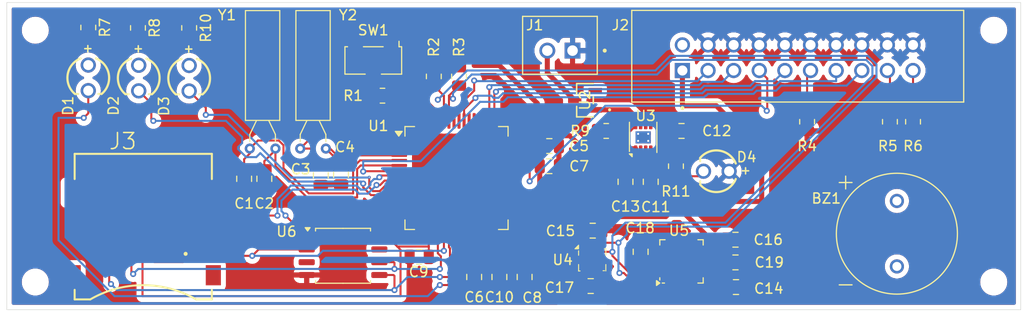
<source format=kicad_pcb>
(kicad_pcb (version 20240108) (generator "pcbnew") (generator_version "8.0")
  (layers (0 "F.Cu" signal) (31 "B.Cu" signal) (34 "B.Paste" user) (35 "F.Paste" user) (36 "B.SilkS" user "B.Silkscreen") (37 "F.SilkS" user "F.Silkscreen") (38 "B.Mask" user) (39 "F.Mask" user) (44 "Edge.Cuts" user))
  (net 0 "")
  (net 1 "Net-(U1-PH0)")
  (net 2 "GND")
  (net 3 "Net-(U1-PH1)")
  (net 4 "Net-(U1-PC14)")
  (net 5 "Net-(U1-PC15)")
  (net 6 "+3V3")
  (net 7 "Net-(U1-VCAP1)")
  (net 8 "VBUS")
  (net 9 "Net-(U3-CC)")
  (net 10 "Net-(U5-CPOUT)")
  (net 11 "Net-(U5-REGOUT)")
  (net 12 "JTDO_SWO")
  (net 13 "JTDI")
  (net 14 "Net-(J2-Pad19)")
  (net 15 "NRST")
  (net 16 "JTCK_SWCLK")
  (net 17 "Net-(J2-Pad17)")
  (net 18 "JTMS_SWDIO")
  (net 19 "Net-(J2-Pad11)")
  (net 20 "JTRST")
  (net 25 "SP1_SCK")
  (net 26 "SP1_MISO")
  (net 29 "CS_SD")
  (net 30 "SP1_MOSI")
  (net 31 "Net-(SW1-B)")
  (net 32 "Net-(U1-BOOT0)")
  (net 33 "+3.3V")
  (net 34 "PB7")
  (net 35 "PB6")
  (net 36 "Net-(U3-~{FAULT})")
  (net 38 "CS_FLASH")
  (net 41 "LED3")
  (net 47 "LED2")
  (net 58 "LED1")
  (net 97 "Net-(D4-A)")
  (net 98 "BUZZ")
  (net 101 "Net-(D1-K)")
  (net 102 "Net-(D2-K)")
  (net 103 "Net-(D3-K)")
  (footprint "Capacitor_SMD:C_0805_2012Metric" (layer "F.Cu") (at 147.5 141.5 90)
    (property "Reference" "C10")
    (property "Value" "10nF" (hide yes))
  )
  (footprint "Resistor_SMD:R_0805_2012Metric" (layer "F.Cu") (at 141 121.5875 90)
    (property "Reference" "R2")
    (property "Value" "10K" (hide yes))
  )
  (footprint "Capacitor_SMD:C_0805_2012Metric" (layer "F.Cu") (at 170.9 140.05)
    (property "Reference" "C19")
    (property "Value" "0.1uF" (hide yes))
  )
  (footprint "Capacitor_SMD:C_0805_2012Metric" (layer "F.Cu") (at 131.8 131.35 90)
    (property "Reference" "C4")
    (property "Value" "1.5pF" (hide yes))
  )
  (footprint "151031VS06000:WL-TMRC_3MM" (layer "F.Cu") (at 169 131 180)
    (property "Reference" "D4")
    (property "Value" "LED" (hide yes))
  )
  (footprint "Resistor_SMD:R_0805_2012Metric_Pad1.20x1.40mm_HandSolder" (layer "F.Cu") (at 111.675 116.77 -90)
    (property "Reference" "R8")
    (property "Value" "100Ω" (hide yes))
  )
  (footprint "Capacitor_SMD:C_0805_2012Metric" (layer "F.Cu") (at 160 132.05 -90)
    (property "Reference" "C13")
    (property "Value" "2.2uF" (hide yes))
  )
  (footprint "MountingHole:MountingHole_2.2mm_M2" (layer "F.Cu") (at 196.5 117)
    (property "Reference" "REF**" (hide yes))
    (property "Value" "MountingHole_2.2mm_M2" (hide yes))
  )
  (footprint "Sensor_Motion:InvenSense_QFN-24_4x4mm_P0.5mm" (layer "F.Cu") (at 165.55 139.95 90)
    (property "Reference" "U5")
    (property "Value" "MPU-6050" (hide yes))
  )
  (footprint "Resistor_SMD:R_0805_2012Metric_Pad1.20x1.40mm_HandSolder" (layer "F.Cu") (at 106.75 116.73 -90)
    (property "Reference" "R7")
    (property "Value" "100Ω" (hide yes))
  )
  (footprint "Resistor_SMD:R_0805_2012Metric_Pad1.20x1.40mm_HandSolder" (layer "F.Cu") (at 165 130.5 -90)
    (property "Reference" "R11")
    (property "Value" "100Ω" (hide yes))
  )
  (footprint "Crystal:Crystal_AT310_D3.0mm_L10.0mm_Horizontal" (layer "F.Cu") (at 130.3 128.75 180)
    (property "Reference" "Y2")
    (property "Value" "32 Khz" (hide yes))
  )
  (footprint "Resistor_SMD:R_0805_2012Metric" (layer "F.Cu") (at 143.5 121.5875 90)
    (property "Reference" "R3")
    (property "Value" "10k" (hide yes))
  )
  (footprint "Capacitor_SMD:C_0805_2012Metric" (layer "F.Cu") (at 124.2 131.75 90)
    (property "Reference" "C2")
    (property "Value" "20pF" (hide yes))
  )
  (footprint "Capacitor_SMD:C_0805_2012Metric" (layer "F.Cu") (at 122.2 131.75 90)
    (property "Reference" "C1")
    (property "Value" "20pF" (hide yes))
  )
  (footprint "AT_1224_TWT_5V_2_R:XDCR_AT-1224-TWT-5V-2-R" (layer "F.Cu") (at 186.9 137.2)
    (property "Reference" "BZ1")
    (property "Value" "Buzzer")
  )
  (footprint "Capacitor_SMD:C_0805_2012Metric" (layer "F.Cu") (at 170.9 137.8)
    (property "Reference" "C16")
    (property "Value" "0.1uF" (hide yes))
  )
  (footprint "MEM2067_02_180_00_A:GCT_MEM2067-02-180-00-A_REVB" (layer "F.Cu") (at 112.2 136.5)
    (property "Reference" "J3")
    (property "Value" "MEM2067-02-180-00-A_REVB" (hide yes))
  )
  (footprint "Crystal:Crystal_AT310_D3.0mm_L10.0mm_Horizontal" (layer "F.Cu") (at 125.3 128.75 180)
    (property "Reference" "Y1")
    (property "Value" "25 Mhz" (hide yes))
  )
  (footprint "Package_LGA:Bosch_LGA-8_2x2.5mm_P0.65mm_ClockwisePinNumbering" (layer "F.Cu") (at 156.7 139.8)
    (property "Reference" "U4")
    (property "Value" "BMP280" (hide yes))
  )
  (footprint "Capacitor_SMD:C_0805_2012Metric" (layer "F.Cu") (at 152.45 130.5 180)
    (property "Reference" "C7")
    (property "Value" "100 nF" (hide yes))
  )
  (footprint "Button_Switch_SMD:Nidec_Copal_CAS-120A" (layer "F.Cu") (at 135 120 -90)
    (property "Reference" "SW1")
    (property "Value" "SW_Nidec_CAS-120A1" (hide yes))
  )
  (footprint "Package_SON:WSON-8-1EP_3x2.5mm_P0.5mm_EP1.2x1.5mm_PullBack_ThermalVias" (layer "F.Cu") (at 161.75 127.6375 90)
    (property "Reference" "U3")
    (property "Value" "LP3982ILD-3.3" (hide yes))
  )
  (footprint "SBH11_PBPC_D10_ST_BK:SULLINS_SBH11-PBPC-D10-ST-BK" (layer "F.Cu") (at 177.07 119.73)
    (property "Reference" "J2")
    (property "Value" "SBH11-PBPC-D10-ST-BK" (hide yes))
  )
  (footprint "151031VS06000:WL-TMRC_3MM" (layer "F.Cu") (at 106.75 121.73 -90)
    (property "Reference" "D1")
    (property "Value" "LED" (hide yes))
  )
  (footprint "Capacitor_SMD:C_0805_2012Metric" (layer "F.Cu") (at 156.55 142.4)
    (property "Reference" "C17")
    (property "Value" "100nf" (hide yes))
  )
  (footprint "Package_QFP:LQFP-64_10x10mm_P0.5mm" (layer "F.Cu") (at 143.25 131.675)
    (property "Reference" "U1")
    (property "Value" "STM32F401RETx")
  )
  (footprint "Capacitor_SMD:C_0805_2012Metric" (layer "F.Cu") (at 150 141.5 90)
    (property "Reference" "C8")
    (property "Value" "100 nF" (hide yes))
  )
  (footprint "Capacitor_SMD:C_0805_2012Metric" (layer "F.Cu") (at 139.55 139.5)
    (property "Reference" "C9")
    (property "Value" "100 nF" (hide yes))
  )
  (footprint "Capacitor_SMD:C_0805_2012Metric" (layer "F.Cu") (at 156.75 136.9 180)
    (property "Reference" "C15")
    (property "Value" "100nf" (hide yes))
  )
  (footprint "Resistor_SMD:R_0805_2012Metric" (layer "F.Cu") (at 135.9125 123.5)
    (property "Reference" "R1")
    (property "Value" "10k" (hide yes))
  )
  (footprint "Capacitor_SMD:C_0805_2012Metric" (layer "F.Cu") (at 145 141.5 90)
    (property "Reference" "C6")
    (property "Value" "2.2uF" (hide yes))
  )
  (footprint "151031VS06000:WL-TMRC_3MM" (layer "F.Cu") (at 111.75 121.75 -90)
    (property "Reference" "D2")
    (property "Value" "LED" (hide yes))
  )
  (footprint "Resistor_SMD:R_0805_2012Metric" (layer "F.Cu") (at 188.5 126.0875 90)
    (property "Reference" "R6")
    (property "Value" "10K" (hide yes))
  )
  (footprint "Capacitor_SMD:C_0805_2012Metric" (layer "F.Cu") (at 152.45 128.5 180)
    (property "Reference" "C5")
    (property "Value" "100 nF" (hide yes))
  )
  (footprint "MountingHole:MountingHole_2.2mm_M2" (layer "F.Cu") (at 101.5 142)
    (property "Reference" "REF**" (hide yes))
    (property "Value" "MountingHole_2.2mm_M2" (hide yes))
  )
  (footprint "B2B_XH_A:JST_B2B-XH-A" (layer "F.Cu") (at 153.5 118.5)
    (property "Reference" "J1")
    (property "Value" "B2B-XH-A" (hide yes))
  )
  (footprint "Capacitor_SMD:C_0805_2012Metric" (layer "F.Cu") (at 165.55 127)
    (property "Reference" "C12")
    (property "Value" "33nF" (hide yes))
  )
  (footprint "MountingHole:MountingHole_2.2mm_M2" (layer "F.Cu") (at 101.5 117)
    (property "Reference" "REF**" (hide yes))
    (property "Value" "MountingHole_2.2mm_M2" (hide yes))
  )
  (footprint "Package_SO:SOIC-8_5.23x5.23mm_P1.27mm" (layer "F.Cu") (at 132 139.395)
    (property "Reference" "U6")
    (property "Value" "W25Q16JVSS" (hide yes))
  )
  (footprint "Resistor_SMD:R_0805_2012Metric" (layer "F.Cu") (at 186.21 126.0875 90)
    (property "Reference" "R5")
    (property "Value" "10K" (hide yes))
  )
  (footprint "151031VS06000:WL-TMRC_3MM" (layer "F.Cu") (at 116.75 121.77 -90)
    (property "Reference" "D3")
    (property "Value" "LED" (hide yes))
  )
  (footprint "Capacitor_SMD:C_0805_2012Metric" (layer "F.Cu") (at 129.8 131.4 90)
    (property "Reference" "C3")
    (property "Value" "1.5pF" (hide yes))
  )
  (footprint "Capacitor_SMD:C_0805_2012Metric" (layer "F.Cu") (at 170.95 142.5 180)
    (property "Reference" "C14")
    (property "Value" "10nF" (hide yes))
  )
  (footprint "Resistor_SMD:R_0805_2012Metric" (layer "F.Cu") (at 158.0875 127 180)
    (property "Reference" "R9")
    (property "Value" "100k" (hide yes))
  )
  (footprint "Resistor_SMD:R_0805_2012Metric" (layer "F.Cu") (at 178 126.0875 90)
    (property "Reference" "R4")
    (property "Value" "10K" (hide yes))
  )
  (footprint "footprints:SOT-23-3_1P4X3P040_ONS" (layer "F.Cu") (at 155.984 123.9525 90)
    (property "Reference" "U2")
    (property "Value" "BAT54LT1G")
  )
  (footprint "Capacitor_SMD:C_0805_2012Metric" (layer "F.Cu") (at 162.5 132.05 -90)
    (property "Reference" "C11")
    (property "Value" "2.2uF" (hide yes))
  )
  (footprint "MountingHole:MountingHole_2.2mm_M2" (layer "F.Cu") (at 196.5 142)
    (property "Reference" "REF**" (hide yes))
    (property "Value" "MountingHole_2.2mm_M2" (hide yes))
  )
  (footprint "Resistor_SMD:R_0805_2012Metric_Pad1.20x1.40mm_HandSolder" (layer "F.Cu") (at 116.75 116.77 -90)
    (property "Reference" "R10")
    (property "Value" "100Ω" (hide yes))
  )
  (footprint "Capacitor_SMD:C_0805_2012Metric" (layer "F.Cu") (at 161.5 139 -90)
    (property "Reference" "C18")
    (property "Value" "2.2nF" (hide yes))
  )
  (gr_rect (start 98.675 114.25) (end 199.175 144.75) (stroke (width 0.05)) (fill none) (layer "Edge.Cuts"))
  (segment (start 122.76 128.75) (end 123.56 127.95) (width 0.2) (layer "F.Cu") (net 1))
  (segment (start 133.685785 129.925) (end 137.575 129.925) (width 0.2) (layer "F.Cu") (net 1))
  (segment (start 128.6 133.2) (end 133 133.2) (width 0.2) (layer "F.Cu") (net 1))
  (segment (start 122.2 129.8) (end 122.76 129.24) (width 0.2) (layer "F.Cu") (net 1))
  (segment (start 133 130.610786) (end 133.2 130.410785) (width 0.2) (layer "F.Cu") (net 1))
  (segment (start 126.1 130.7) (end 128.6 133.2) (width 0.2) (layer "F.Cu") (net 1))
  (segment (start 126.1 128.418629) (end 126.1 130.7) (width 0.2) (layer "F.Cu") (net 1))
  (segment (start 122.76 129.24) (end 122.76 128.75) (width 0.2) (layer "F.Cu") (net 1))
  (segment (start 133 133.2) (end 133 130.610786) (width 0.2) (layer "F.Cu") (net 1))
  (segment (start 123.56 127.95) (end 125.631371 127.95) (width 0.2) (layer "F.Cu") (net 1))
  (segment (start 125.631371 127.95) (end 126.1 128.418629) (width 0.2) (layer "F.Cu") (net 1))
  (segment (start 122.2 130.8) (end 122.2 129.8) (width 0.2) (layer "F.Cu") (net 1))
  (segment (start 133.2 130.410785) (end 133.685785 129.925) (width 0.2) (layer "F.Cu") (net 1))
  (segment (start 125.3 128.9) (end 125.3 128.75) (width 0.2) (layer "F.Cu") (net 3))
  (segment (start 133.751471 130.425) (end 137.575 130.425) (width 0.2) (layer "F.Cu") (net 3))
  (segment (start 133.4 130.776471) (end 133.751471 130.425) (width 0.2) (layer "F.Cu") (net 3))
  (segment (start 124.2 130) (end 125.3 128.9) (width 0.2) (layer "F.Cu") (net 3))
  (segment (start 125.3 128.75) (end 125.3 130.465686) (width 0.2) (layer "F.Cu") (net 3))
  (segment (start 124.2 130.8) (end 124.2 130) (width 0.2) (layer "F.Cu") (net 3))
  (segment (start 125.3 130.465686) (end 128.434314 133.6) (width 0.2) (layer "F.Cu") (net 3))
  (segment (start 128.434314 133.6) (end 133.4 133.6) (width 0.2) (layer "F.Cu") (net 3))
  (segment (start 133.4 133.6) (end 133.4 130.776471) (width 0.2) (layer "F.Cu") (net 3))
  (segment (start 127.76 128.75) (end 129.01 127.5) (width 0.2) (layer "F.Cu") (net 4))
  (segment (start 135.34259 127.5) (end 136.76759 128.925) (width 0.2) (layer "F.Cu") (net 4))
  (segment (start 129.8 129.8) (end 128.75 128.75) (width 0.2) (layer "F.Cu") (net 4))
  (segment (start 128.75 128.75) (end 127.76 128.75) (width 0.2) (layer "F.Cu") (net 4))
  (segment (start 129.01 127.5) (end 135.34259 127.5) (width 0.2) (layer "F.Cu") (net 4))
  (segment (start 136.76759 128.925) (end 137.575 128.925) (width 0.2) (layer "F.Cu") (net 4))
  (segment (start 129.8 130.45) (end 129.8 129.8) (width 0.2) (layer "F.Cu") (net 4))
  (segment (start 130.975 129.425) (end 137.575 129.425) (width 0.2) (layer "F.Cu") (net 5))
  (segment (start 131.8 129.825) (end 130.725 128.75) (width 0.2) (layer "F.Cu") (net 5))
  (segment (start 130.3 128.75) (end 130.975 129.425) (width 0.2) (layer "F.Cu") (net 5))
  (segment (start 131.8 130.4) (end 131.8 129.825) (width 0.2) (layer "F.Cu") (net 5))
  (segment (start 130.725 128.75) (end 130.3 128.75) (width 0.2) (layer "F.Cu") (net 5))
  (segment (start 165.64 124.5) (end 169 124.5) (width 0.5) (layer "F.Cu") (net 6))
  (segment (start 151.25 128.25) (end 151.25 124.25) (width 0.5) (layer "F.Cu") (net 6))
  (segment (start 151.5 130.5) (end 151.5 128.5) (width 0.5) (layer "F.Cu") (net 6))
  (segment (start 152.525 127.475) (end 151.5 128.5) (width 0.5) (layer "F.Cu") (net 6))
  (segment (start 157.4 143.7) (end 157.4 143.2) (width 0.5) (layer "F.Cu") (net 6))
  (segment (start 161 128.775) (end 161 130.1) (width 0.5) (layer "F.Cu") (net 6))
  (segment (start 147 137.55) (end 147 137.35) (width 0.2) (layer "F.Cu") (net 6))
  (segment (start 148 121) (end 147.5 120.5) (width 0.5) (layer "F.Cu") (net 6))
  (segment (start 136.399999 137.495) (end 135.6 137.495) (width 0.2) (layer "F.Cu") (net 6))
  (segment (start 137.7 138.795001) (end 137.7 143.4) (width 0.2) (layer "F.Cu") (net 6))
  (segment (start 158 134.4) (end 158 128.775) (width 0.5) (layer "F.Cu") (net 6))
  (segment (start 158 135.5) (end 158 134.4) (width 0.5) (layer "F.Cu") (net 6))
  (segment (start 158 134.4) (end 158 134.7) (width 0.5) (layer "F.Cu") (net 6))
  (segment (start 151.25 124.25) (end 149.5 122.5) (width 0.5) (layer "F.Cu") (net 6))
  (segment (start 112.125 143.4) (end 112.125 139.125) (width 0.2) (layer "F.Cu") (net 6))
  (segment (start 164.4 135.1) (end 165.75 135.1) (width 0.5) (layer "F.Cu") (net 6))
  (segment (start 162.5 128.775) (end 163.225 129.5) (width 0.2) (layer "F.Cu") (net 6))
  (segment (start 154.475 127.475) (end 152.525 127.475) (width 0.5) (layer "F.Cu") (net 6))
  (segment (start 140.475 138.475) (end 137.379999 138.475) (width 0.2) (layer "F.Cu") (net 6))
  (segment (start 173.5 129) (end 173.5 134) (width 0.5) (layer "F.Cu") (net 6))
  (segment (start 151.5 128.5) (end 151.25 128.25) (width 0.5) (layer "F.Cu") (net 6))
  (segment (start 161 128.775) (end 158.95 128.775) (width 0.5) (layer "F.Cu") (net 6))
  (segment (start 149.5 122.5) (end 148 121) (width 0.5) (layer "F.Cu") (net 6))
  (segment (start 165.5 134) (end 164.4 135.1) (width 0.5) (layer "F.Cu") (net 6))
  (segment (start 151.5 136) (end 150 137.5) (width 0.5) (layer "F.Cu") (net 6))
  (segment (start 161 130.1) (end 160 131.1) (width 0.5) (layer "F.Cu") (net 6))
  (segment (start 157.3 143.8) (end 157.4 143.7) (width 0.5) (layer "F.Cu") (net 6))
  (segment (start 147.5 140.55) (end 147 140.05) (width 0.2) (layer "F.Cu") (net 6))
  (segment (start 169 124.5) (end 173.5 129) (width 0.5) (layer "F.Cu") (net 6))
  (segment (start 155.775 128.775) (end 154.475 127.475) (width 0.5) (layer "F.Cu") (net 6))
  (segment (start 155.8 136.9) (end 156.375 137.475) (width 0.5) (layer "F.Cu") (net 6))
  (segment (start 164 135.5) (end 158 135.5) (width 0.5) (layer "F.Cu") (net 6))
  (segment (start 150.925 127.925) (end 150.5 127.925) (width 0.5) (layer "F.Cu") (net 6))
  (segment (start 151.5 130.5) (end 151.5 136) (width 0.5) (layer "F.Cu") (net 6))
  (segment (start 147 140.05) (end 147 137.35) (width 0.5) (layer "F.Cu") (net 6))
  (segment (start 150 137.5) (end 150 140.55) (width 0.5) (layer "F.Cu") (net 6))
  (segment (start 140.5 138.5) (end 140.5 137.35) (width 0.2) (layer "F.Cu") (net 6))
  (segment (start 157.7 135) (end 157.5 135.2) (width 0.5) (layer "F.Cu") (net 6))
  (segment (start 158 128.775) (end 155.775 128.775) (width 0.5) (layer "F.Cu") (net 6))
  (segment (start 154 135.4) (end 154 143.8) (width 0.5) (layer "F.Cu") (net 6))
  (segment (start 173.5 134) (end 165.5 134) (width 0.5) (layer "F.Cu") (net 6))
  (segment (start 154.2 135.2) (end 154 135.4) (width 0.5) (layer "F.Cu") (net 6))
  (segment (start 170 142.5) (end 168.2 140.7) (width 0.5) (layer "F.Cu") (net 6))
  (segment (start 156.375 137.475) (end 156.375 139) (width 0.5) (layer "F.Cu") (net 6))
  (segment (start 165.75 135.1) (end 168.45 137.8) (width 0.5) (layer "F.Cu") (net 6))
  (segment (start 157.5 135.2) (end 154.2 135.2) (width 0.5) (layer "F.Cu") (net 6))
  (segment (start 137.379999 138.475) (end 136.399999 137.495) (width 0.2) (layer "F.Cu") (net 6))
  (segment (start 150 140.55) (end 147.5 140.55) (width 0.5) (layer "F.Cu") (net 6))
  (segment (start 157.5 143.1) (end 157.5 142.4) (width 0.5) (layer "F.Cu") (net 6))
  (segment (start 158.95 128.775) (end 158 128.775) (width 0.5) (layer "F.Cu") (net 6))
  (segment (start 163.225 129.5) (end 165 129.5) (width 0.2) (layer "F.Cu") (net 6))
  (segment (start 140.5 139.5) (end 140.5 138.5) (width 0.2) (layer "F.Cu") (net 6))
  (segment (start 147.5 120.5) (end 145 120.5) (width 0.5) (layer "F.Cu") (net 6))
  (segment (start 168.2 140.7) (end 167.5 140.7) (width 0.5) (layer "F.Cu") (net 6))
  (segment (start 150 140.55) (end 147 137.55) (width 0.5) (layer "F.Cu") (net 6))
  (segment (start 151.5 128.5) (end 150.925 127.925) (width 0.5) (layer "F.Cu") (net 6))
  (segment (start 158.95 128.775) (end 157.175 127) (width 0.5) (layer "F.Cu") (net 6))
  (segment (start 137.7 143.4) (end 112.125 143.4) (width 0.2) (layer "F.Cu") (net 6))
  (segment (start 154 143.8) (end 157.3 143.8) (width 0.5) (layer "F.Cu") (net 6))
  (segment (start 167 137.8) (end 169.95 137.8) (width 0.5) (layer "F.Cu") (net 6))
  (segment (start 150.5 127.925) (end 148.925 127.925) (width 0.5) (layer "F.Cu") (net 6))
  (segment (start 157.4 143.2) (end 157.5 143.1) (width 0.5) (layer "F.Cu") (net 6))
  (segment (start 158 134.7) (end 157.7 135) (width 0.5) (layer "F.Cu") (net 6))
  (segment (start 140.5 138.5) (end 140.475 138.475) (width 0.2) (layer "F.Cu") (net 6))
  (segment (start 165.64 121) (end 165.64 124.5) (width 0.5) (layer "F.Cu") (net 6))
  (segment (start 137.379999 138.475) (end 137.7 138.795001) (width 0.2) (layer "F.Cu") (net 6))
  (segment (start 157.7 135) (end 155.8 136.9) (width 0.5) (layer "F.Cu") (net 6))
  (segment (start 164.4 135.1) (end 164 135.5) (width 0.5) (layer "F.Cu") (net 6))
  (segment (start 166.8 138) (end 167 137.8) (width 0.2) (layer "F.Cu") (net 6))
  (segment (start 145 140.55) (end 146 139.55) (width 0.2) (layer "F.Cu") (net 7))
  (segment (start 146 139.55) (end 146 137.35) (width 0.2) (layer "F.Cu") (net 7))
  (segment (start 161.5 126.112068) (end 161.5 126.5) (width 0.2) (layer "F.Cu") (net 8))
  (segment (start 152.25 121.2345) (end 154.968 123.9525) (width 0.5) (layer "F.Cu") (net 8))
  (segment (start 157 124.905) (end 160.292932 124.905) (width 0.5) (layer "F.Cu") (net 8))
  (segment (start 161.5 130.1) (end 162.5 131.1) (width 0.2) (layer "F.Cu") (net 8))
  (segment (start 152.25 119.025) (end 152.25 121.2345) (width 0.5) (layer "F.Cu") (net 8))
  (segment (start 161.5 128.775) (end 161.5 130.1) (width 0.2) (layer "F.Cu") (net 8))
  (segment (start 160.292932 124.905) (end 161.5 126.112068) (width 0.5) (layer "F.Cu") (net 8))
  (segment (start 163.4625 125.8625) (end 164.6 127) (width 0.2) (layer "F.Cu") (net 9))
  (segment (start 162 126.5) (end 162 126) (width 0.2) (layer "F.Cu") (net 9))
  (segment (start 162 126) (end 162.1375 125.8625) (width 0.2) (layer "F.Cu") (net 9))
  (segment (start 162.1375 125.8625) (end 163.4625 125.8625) (width 0.2) (layer "F.Cu") (net 9))
  (segment (start 161.5 139.95) (end 162.25 139.2) (width 0.2) (layer "F.Cu") (net 10))
  (segment (start 162.25 139.2) (end 163.6 139.2) (width 0.2) (layer "F.Cu") (net 10))
  (segment (start 169.6 139.7) (end 167.5 139.7) (width 0.2) (layer "F.Cu") (net 11))
  (segment (start 169.95 140.05) (end 169.6 139.7) (width 0.2) (layer "F.Cu") (net 11))
  (segment (start 145.124265 123.724265) (end 144 124.84853) (width 0.2) (layer "F.Cu") (net 12))
  (segment (start 144 124.84853) (end 144 126) (width 0.2) (layer "F.Cu") (net 12))
  (via (at 145.124265 123.724265) (size 0.6) (drill 0.3) (layers "F.Cu" "B.Cu") (net 12))
  (segment (start 180.88 121) (end 180.88 122.054) (width 0.2) (layer "B.Cu") (net 12))
  (segment (start 180.88 122.054) (end 175.311686 122.054) (width 0.2) (layer "B.Cu") (net 12))
  (segment (start 174.911686 122.454) (end 172.989104 122.454) (width 0.2) (layer "B.Cu") (net 12))
  (segment (start 167.954215 122.922843) (end 167.623058 123.254) (width 0.2) (layer "B.Cu") (net 12))
  (segment (start 146.909322 123.709233) (end 146.700089 123.5) (width 0.2) (layer "B.Cu") (net 12))
  (segment (start 145.34853 123.5) (end 145.124265 123.724265) (width 0.2) (layer "B.Cu") (net 12))
  (segment (start 172.520261 122.922843) (end 167.954215 122.922843) (width 0.2) (layer "B.Cu") (net 12))
  (segment (start 146.700089 123.5) (end 145.34853 123.5) (width 0.2) (layer "B.Cu") (net 12))
  (segment (start 167.623058 123.254) (end 147.861613 123.254) (width 0.2) (layer "B.Cu") (net 12))
  (segment (start 172.989104 122.454) (end 172.520261 122.922843) (width 0.2) (layer "B.Cu") (net 12))
  (segment (start 175.311686 122.054) (end 174.911686 122.454) (width 0.2) (layer "B.Cu") (net 12))
  (segment (start 147.40638 123.709233) (end 146.909322 123.709233) (width 0.2) (layer "B.Cu") (net 12))
  (segment (start 147.861613 123.254) (end 147.40638 123.709233) (width 0.2) (layer "B.Cu") (net 12))
  (segment (start 146.5 122.654) (end 146.5 126) (width 0.2) (layer "F.Cu") (net 13))
  (via (at 146.5 122.654) (size 0.6) (drill 0.3) (layers "F.Cu" "B.Cu") (net 13))
  (segment (start 146.7 122.454) (end 146.5 122.654) (width 0.2) (layer "B.Cu") (net 13))
  (segment (start 169.597157 122.122843) (end 167.622843 122.122843) (width 0.2) (layer "B.Cu") (net 13))
  (segment (start 167.622843 122.122843) (end 167.291686 122.454) (width 0.2) (layer "B.Cu") (net 13))
  (segment (start 167.291686 122.454) (end 146.7 122.454) (width 0.2) (layer "B.Cu") (net 13))
  (segment (start 170.72 121) (end 169.597157 122.122843) (width 0.2) (layer "B.Cu") (net 13))
  (segment (start 188.5 125.175) (end 188.5 121) (width 0.2) (layer "F.Cu") (net 14))
  (segment (start 134 131.025) (end 134.025 131) (width 0.2) (layer "F.Cu") (net 15))
  (segment (start 136.69259 131) (end 136.76759 130.925) (width 0.2) (layer "F.Cu") (net 15))
  (segment (start 136.76759 130.925) (end 137.575 130.925) (width 0.2) (layer "F.Cu") (net 15))
  (segment (start 134.025 131) (end 136.69259 131) (width 0.2) (layer "F.Cu") (net 15))
  (via (at 134 131.025) (size 0.6) (drill 0.3) (layers "F.Cu" "B.Cu") (net 15))
  (segment (start 145.609232 124.109233) (end 145.598529 124.09853) (width 0.2) (layer "B.Cu") (net 15))
  (segment (start 175.431372 122.5) (end 174.926977 123.004395) (width 0.2) (layer "B.Cu") (net 15))
  (segment (start 134 130) (end 134 131.025) (width 0.2) (layer "B.Cu") (net 15))
  (segment (start 145.598529 124.09853) (end 139.697059 130) (width 0.2) (layer "B.Cu") (net 15))
  (segment (start 139.697059 130) (end 134 130) (width 0.2) (layer "B.Cu") (net 15))
  (segment (start 175.5 122.5) (end 175.431372 122.5) (width 0.2) (layer "B.Cu") (net 15))
  (segment (start 147.890767 124.109233) (end 145.609232 124.109233) (width 0.2) (layer "B.Cu") (net 15))
  (segment (start 174.926977 123.004395) (end 173.004395 123.004395) (width 0.2) (layer "B.Cu") (net 15))
  (segment (start 183.42 121) (end 181.92 122.5) (width 0.2) (layer "B.Cu") (net 15))
  (segment (start 173.004395 123.004395) (end 172.685947 123.322843) (width 0.2) (layer "B.Cu") (net 15))
  (segment (start 172.685947 123.322843) (end 168.177157 123.322843) (width 0.2) (layer "B.Cu") (net 15))
  (segment (start 148.346 123.654) (end 147.890767 124.109233) (width 0.2) (layer "B.Cu") (net 15))
  (segment (start 167.788744 123.654) (end 148.5 123.654) (width 0.2) (layer "B.Cu") (net 15))
  (segment (start 168.177157 123.322843) (end 168 123.5) (width 0.2) (layer "B.Cu") (net 15))
  (segment (start 148.5 123.654) (end 148.346 123.654) (width 0.2) (layer "B.Cu") (net 15))
  (segment (start 168 123.5) (end 167.942744 123.5) (width 0.2) (layer "B.Cu") (net 15))
  (segment (start 167.942744 123.5) (end 167.788744 123.654) (width 0.2) (layer "B.Cu") (net 15))
  (segment (start 181.92 122.5) (end 175.5 122.5) (width 0.2) (layer "B.Cu") (net 15))
  (segment (start 147 123.267084) (end 147 126) (width 0.2) (layer "F.Cu") (net 16))
  (segment (start 147.157851 123.109233) (end 147 123.267084) (width 0.2) (layer "F.Cu") (net 16))
  (via (at 147.157851 123.109233) (size 0.6) (drill 0.3) (layers "F.Cu" "B.Cu") (net 16))
  (segment (start 167.457372 122.854) (end 147.413084 122.854) (width 0.2) (layer "B.Cu") (net 16))
  (segment (start 167.788529 122.522843) (end 167.457372 122.854) (width 0.2) (layer "B.Cu") (net 16))
  (segment (start 172.823418 122.054) (end 172.354575 122.522843) (width 0.2) (layer "B.Cu") (net 16))
  (segment (start 174.746 122.054) (end 172.823418 122.054) (width 0.2) (layer "B.Cu") (net 16))
  (segment (start 175.8 121) (end 174.746 122.054) (width 0.2) (layer "B.Cu") (net 16))
  (segment (start 147.413084 122.854) (end 147.157851 123.109233) (width 0.2) (layer "B.Cu") (net 16))
  (segment (start 172.354575 122.522843) (end 167.788529 122.522843) (width 0.2) (layer "B.Cu") (net 16))
  (segment (start 186.21 125.175) (end 186.21 121.25) (width 0.2) (layer "F.Cu") (net 17))
  (segment (start 186.21 121.25) (end 185.96 121) (width 0.2) (layer "F.Cu") (net 17))
  (segment (start 174.05 121.79) (end 174.05 124.95) (width 0.2) (layer "F.Cu") (net 18))
  (segment (start 150.5 129.69259) (end 149.73241 128.925) (width 0.2) (layer "F.Cu") (net 18))
  (segment (start 173.26 121) (end 174.05 121.79) (width 0.2) (layer "F.Cu") (net 18))
  (segment (start 150.5 132) (end 150.5 129.69259) (width 0.2) (layer "F.Cu") (net 18))
  (segment (start 174.05 124.95) (end 174 125) (width 0.2) (layer "F.Cu") (net 18))
  (segment (start 149.73241 128.925) (end 148.925 128.925) (width 0.2) (layer "F.Cu") (net 18))
  (via (at 174 125) (size 0.6) (drill 0.3) (layers "F.Cu" "B.Cu") (net 18))
  (via (at 150.5 132) (size 0.6) (drill 0.3) (layers "F.Cu" "B.Cu") (net 18))
  (segment (start 158 124.5) (end 150.5 132) (width 0.2) (layer "B.Cu") (net 18))
  (segment (start 173.5 124.5) (end 158 124.5) (width 0.2) (layer "B.Cu") (net 18))
  (segment (start 174 125) (end 173.5 124.5) (width 0.2) (layer "B.Cu") (net 18))
  (segment (start 178 125.175) (end 178 121.34) (width 0.2) (layer "F.Cu") (net 19))
  (segment (start 178 121.34) (end 178.34 121) (width 0.2) (layer "F.Cu") (net 19))
  (segment (start 145 123) (end 143.5 124.5) (width 0.2) (layer "F.Cu") (net 20))
  (segment (start 145 122) (end 145 123) (width 0.2) (layer "F.Cu") (net 20))
  (segment (start 143.5 124.5) (end 143.5 126) (width 0.2) (layer "F.Cu") (net 20))
  (via (at 145 122) (size 0.6) (drill 0.3) (layers "F.Cu" "B.Cu") (net 20))
  (segment (start 168.18 121) (end 167.126 122.054) (width 0.2) (layer "B.Cu") (net 20))
  (segment (start 167.126 122.054) (end 145.054 122.054) (width 0.2) (layer "B.Cu") (net 20))
  (segment (start 145.054 122.054) (end 145 122) (width 0.2) (layer "B.Cu") (net 20))
  (segment (start 141.7 139.448529) (end 141.7 140.6) (width 0.2) (layer "F.Cu") (net 25))
  (segment (start 141.5 137.35) (end 141.5 138.15741) (width 0.2) (layer "F.Cu") (net 25))
  (segment (start 141.5 138.15741) (end 141.4 138.25741) (width 0.2) (layer "F.Cu") (net 25))
  (segment (start 141.7 140.6) (end 141.6 140.7) (width 0.2) (layer "F.Cu") (net 25))
  (segment (start 141.4 139.148529) (end 141.7 139.448529) (width 0.2) (layer "F.Cu") (net 25))
  (segment (start 137.1 140.7) (end 137.1 140.1) (width 0.2) (layer "F.Cu") (net 25))
  (segment (start 111.025 141.025) (end 111.025 139.125) (width 0.2) (layer "F.Cu") (net 25))
  (segment (start 141.4 138.25741) (end 141.4 139.148529) (width 0.2) (layer "F.Cu") (net 25))
  (segment (start 137.03 140.03) (end 135.6 140.03) (width 0.2) (layer "F.Cu") (net 25))
  (segment (start 111.2 141.2) (end 111.025 141.025) (width 0.2) (layer "F.Cu") (net 25))
  (segment (start 137.1 140.1) (end 137.03 140.03) (width 0.2) (layer "F.Cu") (net 25))
  (via (at 141.6 140.7) (size 0.6) (drill 0.3) (layers "F.Cu" "B.Cu") (net 25))
  (via blind (at 137.1 140.7) (size 0.6) (drill 0.3) (layers "F.Cu" "B.Cu") (net 25))
  (via (at 111.2 141.2) (size 0.6) (drill 0.3) (layers "F.Cu" "B.Cu") (net 25))
  (segment (start 141.6 140.7) (end 137.1 140.7) (width 0.2) (layer "B.Cu") (net 25))
  (segment (start 137.1 140.7) (end 111.7 140.7) (width 0.2) (layer "B.Cu") (net 25))
  (segment (start 111.7 140.7) (end 111.2 141.2) (width 0.2) (layer "B.Cu") (net 25))
  (segment (start 123.635 138.765) (end 128.4 138.765) (width 0.2) (layer "F.Cu") (net 26))
  (segment (start 113.225 139.925) (end 113.225 139.125) (width 0.2) (layer "F.Cu") (net 26))
  (segment (start 113.325 140.025) (end 113.225 139.925) (width 0.2) (layer "F.Cu") (net 26))
  (segment (start 116.125 140.025) (end 113.325 140.025) (width 0.2) (layer "F.Cu") (net 26))
  (segment (start 142 137.35) (end 142 138.9) (width 0.2) (layer "F.Cu") (net 26))
  (segment (start 123 139.4) (end 123.635 138.765) (width 0.2) (layer "F.Cu") (net 26))
  (segment (start 116.125 139.4) (end 116.125 140.025) (width 0.2) (layer "F.Cu") (net 26))
  (segment (start 123 139.4) (end 116.125 139.4) (width 0.2) (layer "F.Cu") (net 26))
  (via (at 123 139.4) (size 0.6) (drill 0.3) (layers "F.Cu" "B.Cu") (net 26))
  (via (at 142 138.9) (size 0.6) (drill 0.3) (layers "F.Cu" "B.Cu") (net 26))
  (segment (start 142 138.9) (end 130 138.9) (width 0.2) (layer "B.Cu") (net 26))
  (segment (start 129.5 139.4) (end 123 139.4) (width 0.2) (layer "B.Cu") (net 26))
  (segment (start 130 138.9) (end 129.5 139.4) (width 0.2) (layer "B.Cu") (net 26))
  (segment (start 117.25 135.4) (end 114.325 138.325) (width 0.2) (layer "F.Cu") (net 29))
  (segment (start 114.325 138.325) (end 114.325 139.125) (width 0.2) (layer "F.Cu") (net 29))
  (segment (start 136.74259 131.4) (end 136.76759 131.425) (width 0.2) (layer "F.Cu") (net 29))
  (segment (start 136.76759 131.425) (end 137.575 131.425) (width 0.2) (layer "F.Cu") (net 29))
  (segment (start 125.5 135.4) (end 117.25 135.4) (width 0.2) (layer "F.Cu") (net 29))
  (segment (start 137.575 131.425) (end 135.775 131.425) (width 0.2) (layer "F.Cu") (net 29))
  (segment (start 135.775 131.425) (end 135.6 131.6) (width 0.2) (layer "F.Cu") (net 29))
  (via (at 135.6 131.6) (size 0.6) (drill 0.3) (layers "F.Cu" "B.Cu") (net 29))
  (via (at 125.5 135.4) (size 0.6) (drill 0.3) (layers "F.Cu" "B.Cu") (net 29))
  (segment (start 125.5 135.4) (end 125.5 133.759315) (width 0.2) (layer "B.Cu") (net 29))
  (segment (start 134.719634 132.353895) (end 134.719634 132.122747) (width 0.2) (layer "B.Cu") (net 29))
  (segment (start 133.351471 132.425) (end 133.751471 132.825) (width 0.2) (layer "B.Cu") (net 29))
  (segment (start 134.719634 132.122747) (end 135.071105 131.771276) (width 0.2) (layer "B.Cu") (net 29))
  (segment (start 126.834315 132.425) (end 133.351471 132.425) (width 0.2) (layer "B.Cu") (net 29))
  (segment (start 135.071105 131.771276) (end 135.428724 131.771276) (width 0.2) (layer "B.Cu") (net 29))
  (segment (start 133.751471 132.825) (end 134.248529 132.825) (width 0.2) (layer "B.Cu") (net 29))
  (segment (start 134.248529 132.825) (end 134.719634 132.353895) (width 0.2) (layer "B.Cu") (net 29))
  (segment (start 125.5 133.759315) (end 126.834315 132.425) (width 0.2) (layer "B.Cu") (net 29))
  (segment (start 135.428724 131.771276) (end 135.6 131.6) (width 0.2) (layer "B.Cu") (net 29))
  (segment (start 137 141.3) (end 135.6 141.3) (width 0.2) (layer "F.Cu") (net 30))
  (segment (start 137.1 142.8) (end 137.1 141.4) (width 0.2) (layer "F.Cu") (net 30))
  (segment (start 109 142.2) (end 109.1 142.1) (width 0.2) (layer "F.Cu") (net 30))
  (segment (start 142.599997 141.500003) (end 141.6 141.500003) (width 0.2) (layer "F.Cu") (net 30))
  (segment (start 137.1 141.4) (end 137 141.3) (width 0.2) (layer "F.Cu") (net 30))
  (segment (start 142.6 138.651471) (end 142.6 141.5) (width 0.2) (layer "F.Cu") (net 30))
  (segment (start 142.5 138.551471) (end 142.6 138.651471) (width 0.2) (layer "F.Cu") (net 30))
  (segment (start 142.6 141.5) (end 142.599997 141.500003) (width 0.2) (layer "F.Cu") (net 30))
  (segment (start 142.5 137.35) (end 142.5 136.54259) (width 0.2) (layer "F.Cu") (net 30))
  (segment (start 109 142.2) (end 108.825 142.025) (width 0.2) (layer "F.Cu") (net 30))
  (segment (start 108.825 142.025) (end 108.825 139.125) (width 0.2) (layer "F.Cu") (net 30))
  (segment (start 142.5 136.54259) (end 142.5 138.551471) (width 0.2) (layer "F.Cu") (net 30))
  (via (at 109 142.2) (size 0.6) (drill 0.3) (layers "F.Cu" "B.Cu") (net 30))
  (via (at 137.1 142.8) (size 0.6) (drill 0.3) (layers "F.Cu" "B.Cu") (net 30))
  (via (at 141.6 141.500003) (size 0.6) (drill 0.3) (layers "F.Cu" "B.Cu") (net 30))
  (segment (start 141.648526 141.500003) (end 138.399997 141.500003) (width 0.2) (layer "B.Cu") (net 30))
  (segment (start 138.399997 141.500003) (end 137.1 142.8) (width 0.2) (layer "B.Cu") (net 30))
  (segment (start 137.1 142.8) (end 109.6 142.8) (width 0.2) (layer "B.Cu") (net 30))
  (segment (start 109.6 142.8) (end 109 142.2) (width 0.2) (layer "B.Cu") (net 30))
  (segment (start 141.6 141.500003) (end 141.648526 141.500003) (width 0.2) (layer "B.Cu") (net 30))
  (segment (start 135 121.15) (end 135 123.5) (width 0.2) (layer "F.Cu") (net 31))
  (segment (start 139.80741 123.5) (end 141.5 125.19259) (width 0.2) (layer "F.Cu") (net 32))
  (segment (start 136.825 123.5) (end 139.80741 123.5) (width 0.2) (layer "F.Cu") (net 32))
  (segment (start 141.5 125.19259) (end 141.5 126) (width 0.2) (layer "F.Cu") (net 32))
  (segment (start 136.75 118.85) (end 138.575 120.675) (width 0.5) (layer "F.Cu") (net 33))
  (segment (start 141 120.675) (end 143.5 120.675) (width 0.5) (layer "F.Cu") (net 33))
  (segment (start 138.575 120.675) (end 141 120.675) (width 0.5) (layer "F.Cu") (net 33))
  (segment (start 159.55 141.25) (end 159.4 141.1) (width 0.2) (layer "F.Cu") (net 34))
  (segment (start 159.834314 141.1) (end 160.084314 141.35) (width 0.2) (layer "F.Cu") (net 34))
  (segment (start 141.8 123.5) (end 141.4 123.9) (width 0.2) (layer "F.Cu") (net 34))
  (segment (start 159.3 138.1) (end 157.3 138.1) (width 0.2) (layer "F.Cu") (net 34))
  (segment (start 142 123.5) (end 142 126) (width 0.2) (layer "F.Cu") (net 34))
  (segment (start 159.4 141.1) (end 159.834314 141.1) (width 0.2) (layer "F.Cu") (net 34))
  (segment (start 163.45 141.35) (end 163.6 141.2) (width 0.2) (layer "F.Cu") (net 34))
  (segment (start 142 123.5) (end 141.8 123.5) (width 0.2) (layer "F.Cu") (net 34))
  (segment (start 157.3 138.1) (end 157.025 138.375) (width 0.2) (layer "F.Cu") (net 34))
  (segment (start 141 122.5) (end 142 123.5) (width 0.2) (layer "F.Cu") (net 34))
  (segment (start 160.084314 141.35) (end 163.45 141.35) (width 0.2) (layer "F.Cu") (net 34))
  (segment (start 157.025 138.375) (end 157.025 139) (width 0.2) (layer "F.Cu") (net 34))
  (via (at 159.3 138.1) (size 0.6) (drill 0.3) (layers "F.Cu" "B.Cu") (net 34))
  (via (at 141.4 123.9) (size 0.6) (drill 0.3) (layers "F.Cu" "B.Cu") (net 34))
  (via (at 159.4 141.1) (size 0.6) (drill 0.3) (layers "F.Cu" "B.Cu") (net 34))
  (segment (start 141.4 123.9) (end 144.3 121) (width 0.2) (layer "B.Cu") (net 34))
  (segment (start 160.165686 136.5) (end 160.132843 136.532843) (width 0.2) (layer "B.Cu") (net 34))
  (segment (start 184.022268 119.546) (end 184.874 120.397732) (width 0.2) (layer "B.Cu") (net 34))
  (segment (start 159.3 138.1) (end 159.3 141) (width 0.2) (layer "B.Cu") (net 34))
  (segment (start 169.734314 136.5) (end 160.165686 136.5) (width 0.2) (layer "B.Cu") (net 34))
  (segment (start 144.3 121) (end 162.966314 121) (width 0.2) (layer "B.Cu") (net 34))
  (segment (start 170.065686 136.5) (end 169.734314 136.5) (width 0.2) (layer "B.Cu") (net 34))
  (segment (start 164.420314 119.546) (end 184.022268 119.546) (width 0.2) (layer "B.Cu") (net 34))
  (segment (start 184.874 120.397732) (end 184.874 121.691686) (width 0.2) (layer "B.Cu") (net 34))
  (segment (start 159.3 141) (end 159.4 141.1) (width 0.2) (layer "B.Cu") (net 34))
  (segment (start 184.874 121.691686) (end 170.065686 136.5) (width 0.2) (layer "B.Cu") (net 34))
  (segment (start 160.132843 136.532843) (end 160.132843 137.267157) (width 0.2) (layer "B.Cu") (net 34))
  (segment (start 162.966314 121) (end 164.420314 119.546) (width 0.2) (layer "B.Cu") (net 34))
  (segment (start 160.132843 137.267157) (end 159.3 138.1) (width 0.2) (layer "B.Cu") (net 34))
  (segment (start 158.7 139.4) (end 160.25 140.95) (width 0.2) (layer "F.Cu") (net 35))
  (segment (start 143.5 122.5) (end 142.5 123.5) (width 0.2) (layer "F.Cu") (net 35))
  (segment (start 158.7 139) (end 158.7 139.3) (width 0.2) (layer "F.Cu") (net 35))
  (segment (start 160.25 140.95) (end 162.89259 140.95) (width 0.2) (layer "F.Cu") (net 35))
  (segment (start 142.5 123.5) (end 142.5 126) (width 0.2) (layer "F.Cu") (net 35))
  (segment (start 142.8 123.8) (end 142.9 123.8) (width 0.2) (layer "F.Cu") (net 35))
  (segment (start 163.14259 140.7) (end 163.6 140.7) (width 0.2) (layer "F.Cu") (net 35))
  (segment (start 142.5 123.5) (end 142.8 123.8) (width 0.2) (layer "F.Cu") (net 35))
  (segment (start 158.7 139) (end 157.675 139) (width 0.2) (layer "F.Cu") (net 35))
  (segment (start 158.7 139) (end 158.7 139.4) (width 0.2) (layer "F.Cu") (net 35))
  (segment (start 162.89259 140.95) (end 163.14259 140.7) (width 0.2) (layer "F.Cu") (net 35))
  (via (at 158.7 139) (size 0.6) (drill 0.3) (layers "F.Cu" "B.Cu") (net 35))
  (via (at 142.9 123.8) (size 0.6) (drill 0.3) (layers "F.Cu" "B.Cu") (net 35))
  (segment (start 184.474 120.563418) (end 184.474 121.526) (width 0.2) (layer "B.Cu") (net 35))
  (segment (start 183.856582 119.946) (end 184.474 120.563418) (width 0.2) (layer "B.Cu") (net 35))
  (segment (start 164.586 119.946) (end 183.856582 119.946) (width 0.2) (layer "B.Cu") (net 35))
  (segment (start 142.9 123.8) (end 142.9 123.251471) (width 0.2) (layer "B.Cu") (net 35))
  (segment (start 184.474 121.526) (end 169.9 136.1) (width 0.2) (layer "B.Cu") (net 35))
  (segment (start 144.751471 121.4) (end 163.132 121.4) (width 0.2) (layer "B.Cu") (net 35))
  (segment (start 169.9 136.1) (end 160 136.1) (width 0.2) (layer "B.Cu") (net 35))
  (segment (start 160 136.1) (end 158.7 137.4) (width 0.2) (layer "B.Cu") (net 35))
  (segment (start 142.9 123.251471) (end 144.751471 121.4) (width 0.2) (layer "B.Cu") (net 35))
  (segment (start 158.7 137.4) (end 158.7 139) (width 0.2) (layer "B.Cu") (net 35))
  (segment (start 163.132 121.4) (end 164.586 119.946) (width 0.2) (layer "B.Cu") (net 35))
  (segment (start 159 127) (end 160.5 127) (width 0.2) (layer "F.Cu") (net 36))
  (segment (start 160.5 127) (end 161 126.5) (width 0.2) (layer "F.Cu") (net 36))
  (segment (start 128.4 137.495) (end 126.305 135.4) (width 0.2) (layer "F.Cu") (net 38))
  (segment (start 136.123529 131.925) (end 135.677253 132.371276) (width 0.2) (layer "F.Cu") (net 38))
  (segment (start 135.677253 132.371276) (end 135.319634 132.371276) (width 0.2) (layer "F.Cu") (net 38))
  (segment (start 126.305 135.4) (end 126.300003 135.4) (width 0.2) (layer "F.Cu") (net 38))
  (segment (start 137.575 131.925) (end 136.123529 131.925) (width 0.2) (layer "F.Cu") (net 38))
  (via (at 126.300003 135.4) (size 0.6) (drill 0.3) (layers "F.Cu" "B.Cu") (net 38))
  (via (at 135.319634 132.371276) (size 0.6) (drill 0.3) (layers "F.Cu" "B.Cu") (net 38))
  (segment (start 126.300003 135.4) (end 126.1 135.199997) (width 0.2) (layer "B.Cu") (net 38))
  (segment (start 125.9 134.951471) (end 125.9 133.925001) (width 0.2) (layer "B.Cu") (net 38))
  (segment (start 126.1 135.151471) (end 125.9 134.951471) (width 0.2) (layer "B.Cu") (net 38))
  (segment (start 134.46591 133.225) (end 135.319634 132.371276) (width 0.2) (layer "B.Cu") (net 38))
  (segment (start 126.1 135.199997) (end 126.1 135.151471) (width 0.2) (layer "B.Cu") (net 38))
  (segment (start 133.585785 133.225) (end 134.46591 133.225) (width 0.2) (layer "B.Cu") (net 38))
  (segment (start 125.9 133.925001) (end 127.000001 132.825) (width 0.2) (layer "B.Cu") (net 38))
  (segment (start 133.185785 132.825) (end 133.585785 133.225) (width 0.2) (layer "B.Cu") (net 38))
  (segment (start 127.000001 132.825) (end 133.185785 132.825) (width 0.2) (layer "B.Cu") (net 38))
  (segment (start 142.365679 142.300006) (end 141.6 142.300006) (width 0.2) (layer "F.Cu") (net 41))
  (segment (start 106.3 125.7) (end 106.75 125.25) (width 0.2) (layer "F.Cu") (net 41))
  (segment (start 106.75 125.25) (end 106.75 123) (width 0.2) (layer "F.Cu") (net 41))
  (segment (start 143 141.665685) (end 142.365679 142.300006) (width 0.2) (layer "F.Cu") (net 41))
  (segment (start 143 137.35) (end 143 141.665685) (width 0.2) (layer "F.Cu") (net 41))
  (via (at 141.6 142.300006) (size 0.6) (drill 0.3) (layers "F.Cu" "B.Cu") (net 41))
  (via (at 106.3 125.7) (size 0.6) (drill 0.3) (layers "F.Cu" "B.Cu") (net 41))
  (segment (start 103.8 137.848529) (end 103.8 125.7) (width 0.2) (layer "B.Cu") (net 41))
  (segment (start 103.8 125.7) (end 106.3 125.7) (width 0.2) (layer "B.Cu") (net 41))
  (segment (start 141.500006 142.300006) (end 140.400012 143.4) (width 0.2) (layer "B.Cu") (net 41))
  (segment (start 109.351471 143.4) (end 103.8 137.848529) (width 0.2) (layer "B.Cu") (net 41))
  (segment (start 140.400012 143.4) (end 109.351471 143.4) (width 0.2) (layer "B.Cu") (net 41))
  (segment (start 141.6 142.300006) (end 141.500006 142.300006) (width 0.2) (layer "B.Cu") (net 41))
  (segment (start 113.2 126) (end 113 125.8) (width 0.2) (layer "F.Cu") (net 47))
  (segment (start 135.808625 133.371276) (end 134.771276 133.371276) (width 0.2) (layer "F.Cu") (net 47))
  (segment (start 134 132.6) (end 134 132.225) (width 0.2) (layer "F.Cu") (net 47))
  (segment (start 113 124.27) (end 111.75 123.02) (width 0.2) (layer "F.Cu") (net 47))
  (segment (start 137.575 132.925) (end 136.254901 132.925) (width 0.2) (layer "F.Cu") (net 47))
  (segment (start 134.771276 133.371276) (end 134 132.6) (width 0.2) (layer "F.Cu") (net 47))
  (segment (start 113 125.8) (end 113 124.27) (width 0.2) (layer "F.Cu") (net 47))
  (segment (start 136.254901 132.925) (end 135.808625 133.371276) (width 0.2) (layer "F.Cu") (net 47))
  (via (at 134 132.225) (size 0.6) (drill 0.3) (layers "F.Cu" "B.Cu") (net 47))
  (via (at 113.2 126) (size 0.6) (drill 0.3) (layers "F.Cu" "B.Cu") (net 47))
  (segment (start 134 132.225) (end 133.8 132.025) (width 0.2) (layer "B.Cu") (net 47))
  (segment (start 126.625 132.025) (end 123.8 129.2) (width 0.2) (layer "B.Cu") (net 47))
  (segment (start 122.4 129.6) (end 121.6 128.8) (width 0.2) (layer "B.Cu") (net 47))
  (segment (start 120.4 126) (end 113.2 126) (width 0.2) (layer "B.Cu") (net 47))
  (segment (start 121.6 128.8) (end 121.6 128.6) (width 0.2) (layer "B.Cu") (net 47))
  (segment (start 122 127.6) (end 120.4 126) (width 0.2) (layer "B.Cu") (net 47))
  (segment (start 122 128.2) (end 122 127.6) (width 0.2) (layer "B.Cu") (net 47))
  (segment (start 123.4 129.6) (end 122.4 129.6) (width 0.2) (layer "B.Cu") (net 47))
  (segment (start 123.8 129.2) (end 123.4 129.6) (width 0.2) (layer "B.Cu") (net 47))
  (segment (start 133.8 132.025) (end 126.625 132.025) (width 0.2) (layer "B.Cu") (net 47))
  (segment (start 121.6 128.6) (end 122 128.2) (width 0.2) (layer "B.Cu") (net 47))
  (segment (start 134.971276 132.971276) (end 134.6 132.6) (width 0.2) (layer "F.Cu") (net 58))
  (segment (start 135.642939 132.971276) (end 134.971276 132.971276) (width 0.2) (layer "F.Cu") (net 58))
  (segment (start 136.189215 132.425) (end 135.642939 132.971276) (width 0.2) (layer "F.Cu") (net 58))
  (segment (start 134.6 132.6) (end 134.6 131.6) (width 0.2) (layer "F.Cu") (net 58))
  (segment (start 118.4 124.69) (end 116.75 123.04) (width 0.2) (layer "F.Cu") (net 58))
  (segment (start 137.575 132.425) (end 136.189215 132.425) (width 0.2) (layer "F.Cu") (net 58))
  (segment (start 118.4 125.4) (end 118.4 124.69) (width 0.2) (layer "F.Cu") (net 58))
  (via micro (at 134.6 131.6) (size 0.3) (drill 0.1) (layers "F.Cu" "B.Cu") (net 58))
  (via (at 118.4 125.4) (size 0.6) (drill 0.3) (layers "F.Cu" "B.Cu") (net 58))
  (segment (start 120.6 125.4) (end 118.4 125.4) (width 0.2) (layer "B.Cu") (net 58))
  (segment (start 126.825 131.625) (end 120.6 125.4) (width 0.2) (layer "B.Cu") (net 58))
  (segment (start 134.575 131.625) (end 126.825 131.625) (width 0.2) (layer "B.Cu") (net 58))
  (segment (start 134.6 131.6) (end 134.575 131.625) (width 0.2) (layer "B.Cu") (net 58))
  (segment (start 167.23 131.5) (end 167.73 131) (width 0.2) (layer "F.Cu") (net 97))
  (segment (start 165 131.5) (end 167.23 131.5) (width 0.2) (layer "F.Cu") (net 97))
  (zone (net 2) (net_name "GND") (layers "F&B.Cu") (connect_pads (clearance 0.5)) (min_thickness 0.25) (fill yes (thermal_gap 0.5) (thermal_bridge_width 0.5))
    (polygon (pts (xy 98 145) (xy 199.5 145) (xy 199.5 114) (xy 98.5 114)))
  )
  (zone (net 2) (net_name "GND") (layers "F&B.Cu") (connect_pads (clearance 0.5)) (min_thickness 0.25) (fill yes (thermal_gap 0.5) (thermal_bridge_width 0.5))
    (polygon (pts (xy 98 145) (xy 199.5 145) (xy 199.5 114) (xy 98.5 114)))
  )
)
</source>
